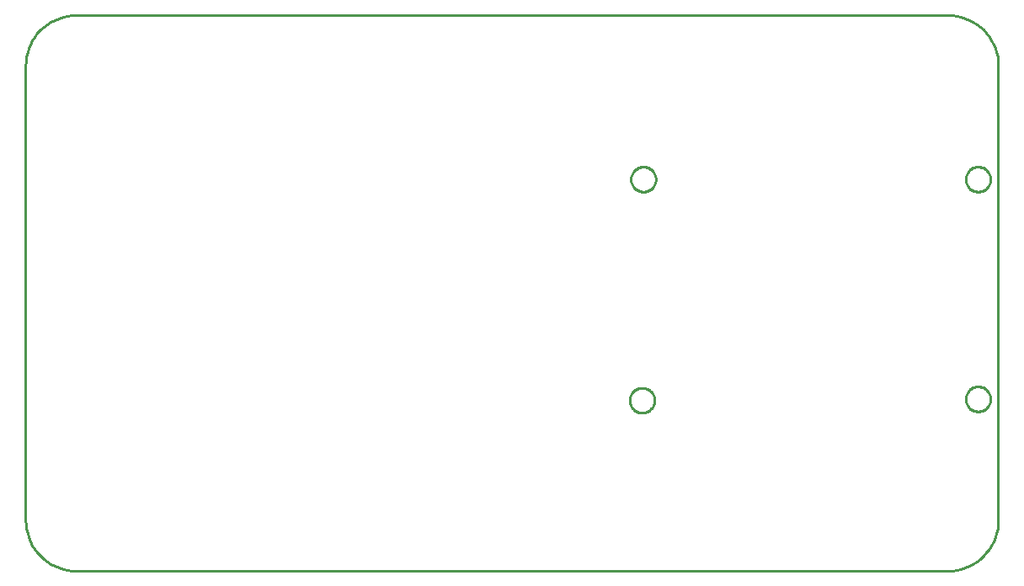
<source format=gbr>
G04 EAGLE Gerber RS-274X export*
G75*
%MOMM*%
%FSLAX34Y34*%
%LPD*%
%IN*%
%IPPOS*%
%AMOC8*
5,1,8,0,0,1.08239X$1,22.5*%
G01*
%ADD10C,0.254000*%


D10*
X0Y50800D02*
X193Y46373D01*
X772Y41979D01*
X1731Y37652D01*
X3064Y33425D01*
X4760Y29331D01*
X6806Y25400D01*
X9187Y21662D01*
X11885Y18146D01*
X14879Y14879D01*
X18146Y11885D01*
X21662Y9187D01*
X25400Y6806D01*
X29331Y4760D01*
X33425Y3064D01*
X37652Y1731D01*
X41979Y772D01*
X46373Y193D01*
X50800Y0D01*
X927100Y0D01*
X931528Y193D01*
X935921Y772D01*
X940248Y1731D01*
X944475Y3064D01*
X948569Y4760D01*
X952500Y6806D01*
X956238Y9187D01*
X959754Y11885D01*
X963021Y14879D01*
X966015Y18146D01*
X968713Y21662D01*
X971094Y25400D01*
X973140Y29331D01*
X974836Y33425D01*
X976169Y37652D01*
X977128Y41979D01*
X977707Y46373D01*
X977900Y50800D01*
X977900Y508000D01*
X977707Y512428D01*
X977128Y516821D01*
X976169Y521148D01*
X974836Y525375D01*
X973140Y529469D01*
X971094Y533400D01*
X968713Y537138D01*
X966015Y540654D01*
X963021Y543921D01*
X959754Y546915D01*
X956238Y549613D01*
X952500Y551994D01*
X948569Y554040D01*
X944475Y555736D01*
X940248Y557069D01*
X935921Y558028D01*
X931528Y558607D01*
X927100Y558800D01*
X50800Y558800D01*
X46373Y558607D01*
X41979Y558028D01*
X37652Y557069D01*
X33425Y555736D01*
X29331Y554040D01*
X25400Y551994D01*
X21662Y549613D01*
X18146Y546915D01*
X14879Y543921D01*
X11885Y540654D01*
X9187Y537138D01*
X6806Y533400D01*
X4760Y529469D01*
X3064Y525375D01*
X1731Y521148D01*
X772Y516821D01*
X193Y512428D01*
X0Y508000D01*
X0Y50800D01*
X633530Y393209D02*
X633453Y392230D01*
X633299Y391260D01*
X633070Y390304D01*
X632766Y389370D01*
X632391Y388463D01*
X631945Y387588D01*
X631431Y386750D01*
X630854Y385955D01*
X630216Y385208D01*
X629522Y384514D01*
X628775Y383876D01*
X627980Y383299D01*
X627142Y382785D01*
X626267Y382339D01*
X625360Y381964D01*
X624426Y381660D01*
X623471Y381431D01*
X622500Y381277D01*
X621521Y381200D01*
X620539Y381200D01*
X619560Y381277D01*
X618590Y381431D01*
X617634Y381660D01*
X616700Y381964D01*
X615793Y382339D01*
X614918Y382785D01*
X614080Y383299D01*
X613285Y383876D01*
X612538Y384514D01*
X611844Y385208D01*
X611206Y385955D01*
X610629Y386750D01*
X610115Y387588D01*
X609669Y388463D01*
X609294Y389370D01*
X608990Y390304D01*
X608761Y391260D01*
X608607Y392230D01*
X608530Y393209D01*
X608530Y394191D01*
X608607Y395170D01*
X608761Y396141D01*
X608990Y397096D01*
X609294Y398030D01*
X609669Y398937D01*
X610115Y399812D01*
X610629Y400650D01*
X611206Y401445D01*
X611844Y402192D01*
X612538Y402886D01*
X613285Y403524D01*
X614080Y404101D01*
X614918Y404615D01*
X615793Y405061D01*
X616700Y405436D01*
X617634Y405740D01*
X618590Y405969D01*
X619560Y406123D01*
X620539Y406200D01*
X621521Y406200D01*
X622500Y406123D01*
X623471Y405969D01*
X624426Y405740D01*
X625360Y405436D01*
X626267Y405061D01*
X627142Y404615D01*
X627980Y404101D01*
X628775Y403524D01*
X629522Y402886D01*
X630216Y402192D01*
X630854Y401445D01*
X631431Y400650D01*
X631945Y399812D01*
X632391Y398937D01*
X632766Y398030D01*
X633070Y397096D01*
X633299Y396141D01*
X633453Y395170D01*
X633530Y394191D01*
X633530Y393209D01*
X632260Y170959D02*
X632183Y169980D01*
X632029Y169010D01*
X631800Y168054D01*
X631496Y167120D01*
X631121Y166213D01*
X630675Y165338D01*
X630161Y164500D01*
X629584Y163705D01*
X628946Y162958D01*
X628252Y162264D01*
X627505Y161626D01*
X626710Y161049D01*
X625872Y160535D01*
X624997Y160089D01*
X624090Y159714D01*
X623156Y159410D01*
X622201Y159181D01*
X621230Y159027D01*
X620251Y158950D01*
X619269Y158950D01*
X618290Y159027D01*
X617320Y159181D01*
X616364Y159410D01*
X615430Y159714D01*
X614523Y160089D01*
X613648Y160535D01*
X612810Y161049D01*
X612015Y161626D01*
X611268Y162264D01*
X610574Y162958D01*
X609936Y163705D01*
X609359Y164500D01*
X608845Y165338D01*
X608399Y166213D01*
X608024Y167120D01*
X607720Y168054D01*
X607491Y169010D01*
X607337Y169980D01*
X607260Y170959D01*
X607260Y171941D01*
X607337Y172920D01*
X607491Y173891D01*
X607720Y174846D01*
X608024Y175780D01*
X608399Y176687D01*
X608845Y177562D01*
X609359Y178400D01*
X609936Y179195D01*
X610574Y179942D01*
X611268Y180636D01*
X612015Y181274D01*
X612810Y181851D01*
X613648Y182365D01*
X614523Y182811D01*
X615430Y183186D01*
X616364Y183490D01*
X617320Y183719D01*
X618290Y183873D01*
X619269Y183950D01*
X620251Y183950D01*
X621230Y183873D01*
X622201Y183719D01*
X623156Y183490D01*
X624090Y183186D01*
X624997Y182811D01*
X625872Y182365D01*
X626710Y181851D01*
X627505Y181274D01*
X628252Y180636D01*
X628946Y179942D01*
X629584Y179195D01*
X630161Y178400D01*
X630675Y177562D01*
X631121Y176687D01*
X631496Y175780D01*
X631800Y174846D01*
X632029Y173891D01*
X632183Y172920D01*
X632260Y171941D01*
X632260Y170959D01*
X970080Y393209D02*
X970003Y392230D01*
X969849Y391260D01*
X969620Y390304D01*
X969316Y389370D01*
X968941Y388463D01*
X968495Y387588D01*
X967981Y386750D01*
X967404Y385955D01*
X966766Y385208D01*
X966072Y384514D01*
X965325Y383876D01*
X964530Y383299D01*
X963692Y382785D01*
X962817Y382339D01*
X961910Y381964D01*
X960976Y381660D01*
X960021Y381431D01*
X959050Y381277D01*
X958071Y381200D01*
X957089Y381200D01*
X956110Y381277D01*
X955140Y381431D01*
X954184Y381660D01*
X953250Y381964D01*
X952343Y382339D01*
X951468Y382785D01*
X950630Y383299D01*
X949835Y383876D01*
X949088Y384514D01*
X948394Y385208D01*
X947756Y385955D01*
X947179Y386750D01*
X946665Y387588D01*
X946219Y388463D01*
X945844Y389370D01*
X945540Y390304D01*
X945311Y391260D01*
X945157Y392230D01*
X945080Y393209D01*
X945080Y394191D01*
X945157Y395170D01*
X945311Y396141D01*
X945540Y397096D01*
X945844Y398030D01*
X946219Y398937D01*
X946665Y399812D01*
X947179Y400650D01*
X947756Y401445D01*
X948394Y402192D01*
X949088Y402886D01*
X949835Y403524D01*
X950630Y404101D01*
X951468Y404615D01*
X952343Y405061D01*
X953250Y405436D01*
X954184Y405740D01*
X955140Y405969D01*
X956110Y406123D01*
X957089Y406200D01*
X958071Y406200D01*
X959050Y406123D01*
X960021Y405969D01*
X960976Y405740D01*
X961910Y405436D01*
X962817Y405061D01*
X963692Y404615D01*
X964530Y404101D01*
X965325Y403524D01*
X966072Y402886D01*
X966766Y402192D01*
X967404Y401445D01*
X967981Y400650D01*
X968495Y399812D01*
X968941Y398937D01*
X969316Y398030D01*
X969620Y397096D01*
X969849Y396141D01*
X970003Y395170D01*
X970080Y394191D01*
X970080Y393209D01*
X970080Y172229D02*
X970003Y171250D01*
X969849Y170280D01*
X969620Y169324D01*
X969316Y168390D01*
X968941Y167483D01*
X968495Y166608D01*
X967981Y165770D01*
X967404Y164975D01*
X966766Y164228D01*
X966072Y163534D01*
X965325Y162896D01*
X964530Y162319D01*
X963692Y161805D01*
X962817Y161359D01*
X961910Y160984D01*
X960976Y160680D01*
X960021Y160451D01*
X959050Y160297D01*
X958071Y160220D01*
X957089Y160220D01*
X956110Y160297D01*
X955140Y160451D01*
X954184Y160680D01*
X953250Y160984D01*
X952343Y161359D01*
X951468Y161805D01*
X950630Y162319D01*
X949835Y162896D01*
X949088Y163534D01*
X948394Y164228D01*
X947756Y164975D01*
X947179Y165770D01*
X946665Y166608D01*
X946219Y167483D01*
X945844Y168390D01*
X945540Y169324D01*
X945311Y170280D01*
X945157Y171250D01*
X945080Y172229D01*
X945080Y173211D01*
X945157Y174190D01*
X945311Y175161D01*
X945540Y176116D01*
X945844Y177050D01*
X946219Y177957D01*
X946665Y178832D01*
X947179Y179670D01*
X947756Y180465D01*
X948394Y181212D01*
X949088Y181906D01*
X949835Y182544D01*
X950630Y183121D01*
X951468Y183635D01*
X952343Y184081D01*
X953250Y184456D01*
X954184Y184760D01*
X955140Y184989D01*
X956110Y185143D01*
X957089Y185220D01*
X958071Y185220D01*
X959050Y185143D01*
X960021Y184989D01*
X960976Y184760D01*
X961910Y184456D01*
X962817Y184081D01*
X963692Y183635D01*
X964530Y183121D01*
X965325Y182544D01*
X966072Y181906D01*
X966766Y181212D01*
X967404Y180465D01*
X967981Y179670D01*
X968495Y178832D01*
X968941Y177957D01*
X969316Y177050D01*
X969620Y176116D01*
X969849Y175161D01*
X970003Y174190D01*
X970080Y173211D01*
X970080Y172229D01*
M02*

</source>
